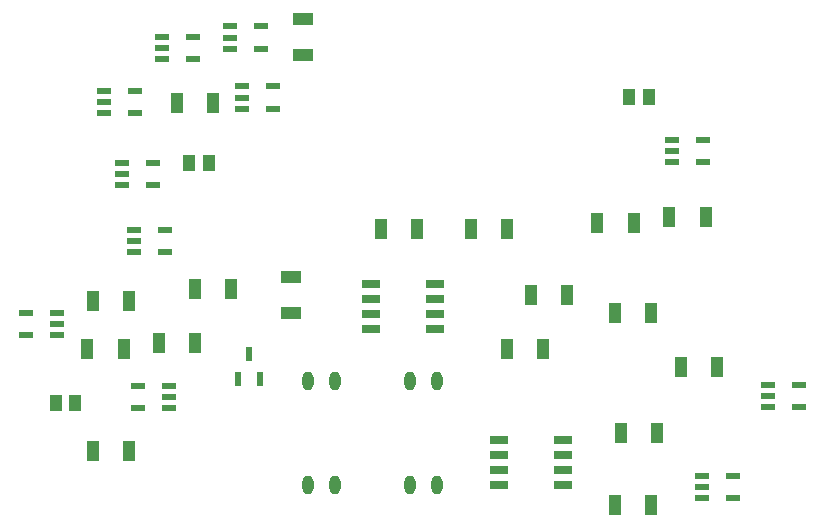
<source format=gbr>
%TF.GenerationSoftware,KiCad,Pcbnew,8.0.2*%
%TF.CreationDate,2024-06-16T16:42:43+02:00*%
%TF.ProjectId,bspdv3,62737064-7633-42e6-9b69-6361645f7063,rev?*%
%TF.SameCoordinates,Original*%
%TF.FileFunction,Paste,Top*%
%TF.FilePolarity,Positive*%
%FSLAX46Y46*%
G04 Gerber Fmt 4.6, Leading zero omitted, Abs format (unit mm)*
G04 Created by KiCad (PCBNEW 8.0.2) date 2024-06-16 16:42:43*
%MOMM*%
%LPD*%
G01*
G04 APERTURE LIST*
%ADD10R,1.050000X1.800000*%
%ADD11R,1.150000X0.600000*%
%ADD12R,1.800000X1.050000*%
%ADD13R,1.070000X1.470000*%
%ADD14R,0.600000X1.300000*%
%ADD15O,0.950000X1.600000*%
%ADD16R,1.528000X0.650000*%
G04 APERTURE END LIST*
D10*
%TO.C,R5*%
X28422000Y-62992000D03*
X31522000Y-62992000D03*
%TD*%
D11*
%TO.C,G6*%
X40072000Y-27056000D03*
X40072000Y-28006000D03*
X40072000Y-28956000D03*
X42672000Y-28956000D03*
X42672000Y-27056000D03*
%TD*%
D10*
%TO.C,R14*%
X72592000Y-51308000D03*
X75692000Y-51308000D03*
%TD*%
D11*
%TO.C,CP3*%
X25400000Y-53208000D03*
X25400000Y-52258000D03*
X25400000Y-51308000D03*
X22800000Y-51308000D03*
X22800000Y-53208000D03*
%TD*%
%TO.C,CP4*%
X77440000Y-36642000D03*
X77440000Y-37592000D03*
X77440000Y-38542000D03*
X80040000Y-38542000D03*
X80040000Y-36642000D03*
%TD*%
D10*
%TO.C,R3*%
X28396000Y-50292000D03*
X31496000Y-50292000D03*
%TD*%
D11*
%TO.C,CP2*%
X30928000Y-38608000D03*
X30928000Y-39558000D03*
X30928000Y-40508000D03*
X33528000Y-40508000D03*
X33528000Y-38608000D03*
%TD*%
%TO.C,G2*%
X34828000Y-59370000D03*
X34828000Y-58420000D03*
X34828000Y-57470000D03*
X32228000Y-57470000D03*
X32228000Y-59370000D03*
%TD*%
%TO.C,CP1*%
X34260000Y-27940000D03*
X34260000Y-28890000D03*
X34260000Y-29840000D03*
X36860000Y-29840000D03*
X36860000Y-27940000D03*
%TD*%
%TO.C,G3*%
X29404000Y-32512000D03*
X29404000Y-33462000D03*
X29404000Y-34412000D03*
X32004000Y-34412000D03*
X32004000Y-32512000D03*
%TD*%
D10*
%TO.C,R6*%
X35508000Y-33528000D03*
X38608000Y-33528000D03*
%TD*%
D12*
%TO.C,R10*%
X46228000Y-26416000D03*
X46228000Y-29516000D03*
%TD*%
D11*
%TO.C,G5*%
X41088000Y-32136000D03*
X41088000Y-33086000D03*
X41088000Y-34036000D03*
X43688000Y-34036000D03*
X43688000Y-32136000D03*
%TD*%
D10*
%TO.C,R4*%
X31040000Y-54356000D03*
X27940000Y-54356000D03*
%TD*%
%TO.C,R17*%
X63474000Y-54356000D03*
X66574000Y-54356000D03*
%TD*%
D11*
%TO.C,G7*%
X85568000Y-57404000D03*
X85568000Y-58354000D03*
X85568000Y-59304000D03*
X88168000Y-59304000D03*
X88168000Y-57404000D03*
%TD*%
D10*
%TO.C,R1*%
X34010000Y-53848000D03*
X37110000Y-53848000D03*
%TD*%
%TO.C,R16*%
X60426000Y-44196000D03*
X63526000Y-44196000D03*
%TD*%
%TO.C,R9*%
X80316000Y-43180000D03*
X77216000Y-43180000D03*
%TD*%
%TO.C,R13*%
X65506000Y-49784000D03*
X68606000Y-49784000D03*
%TD*%
%TO.C,R11*%
X73100000Y-61468000D03*
X76200000Y-61468000D03*
%TD*%
D13*
%TO.C,C2*%
X26924000Y-58928000D03*
X25284000Y-58928000D03*
%TD*%
D10*
%TO.C,R15*%
X72618000Y-67564000D03*
X75718000Y-67564000D03*
%TD*%
%TO.C,R12*%
X52806000Y-44196000D03*
X55906000Y-44196000D03*
%TD*%
%TO.C,R18*%
X78180000Y-55880000D03*
X81280000Y-55880000D03*
%TD*%
D14*
%TO.C,Q1*%
X40706000Y-56930000D03*
X42606000Y-56930000D03*
X41656000Y-54830000D03*
%TD*%
D15*
%TO.C,K1*%
X46609000Y-65868000D03*
X48895000Y-65868000D03*
X48895000Y-57068000D03*
X46609000Y-57068000D03*
%TD*%
D11*
%TO.C,G1*%
X31944000Y-44262000D03*
X31944000Y-45212000D03*
X31944000Y-46162000D03*
X34544000Y-46162000D03*
X34544000Y-44262000D03*
%TD*%
%TO.C,G4*%
X79980000Y-65090000D03*
X79980000Y-66040000D03*
X79980000Y-66990000D03*
X82580000Y-66990000D03*
X82580000Y-65090000D03*
%TD*%
D13*
%TO.C,C3*%
X36576000Y-38608000D03*
X38216000Y-38608000D03*
%TD*%
%TO.C,C6*%
X73856000Y-33020000D03*
X75496000Y-33020000D03*
%TD*%
D16*
%TO.C,CP5*%
X51982000Y-48895000D03*
X51982000Y-50165000D03*
X51982000Y-51435000D03*
X51982000Y-52705000D03*
X57404000Y-52705000D03*
X57404000Y-51435000D03*
X57404000Y-50165000D03*
X57404000Y-48895000D03*
%TD*%
D10*
%TO.C,R8*%
X71120000Y-43688000D03*
X74220000Y-43688000D03*
%TD*%
D12*
%TO.C,R2*%
X45212000Y-51360000D03*
X45212000Y-48260000D03*
%TD*%
D16*
%TO.C,CP6*%
X62821000Y-62103000D03*
X62821000Y-63373000D03*
X62821000Y-64643000D03*
X62821000Y-65913000D03*
X68243000Y-65913000D03*
X68243000Y-64643000D03*
X68243000Y-63373000D03*
X68243000Y-62103000D03*
%TD*%
D15*
%TO.C,K2*%
X55245000Y-65868000D03*
X57531000Y-65868000D03*
X57531000Y-57068000D03*
X55245000Y-57068000D03*
%TD*%
D10*
%TO.C,R7*%
X40158000Y-49276000D03*
X37058000Y-49276000D03*
%TD*%
M02*

</source>
